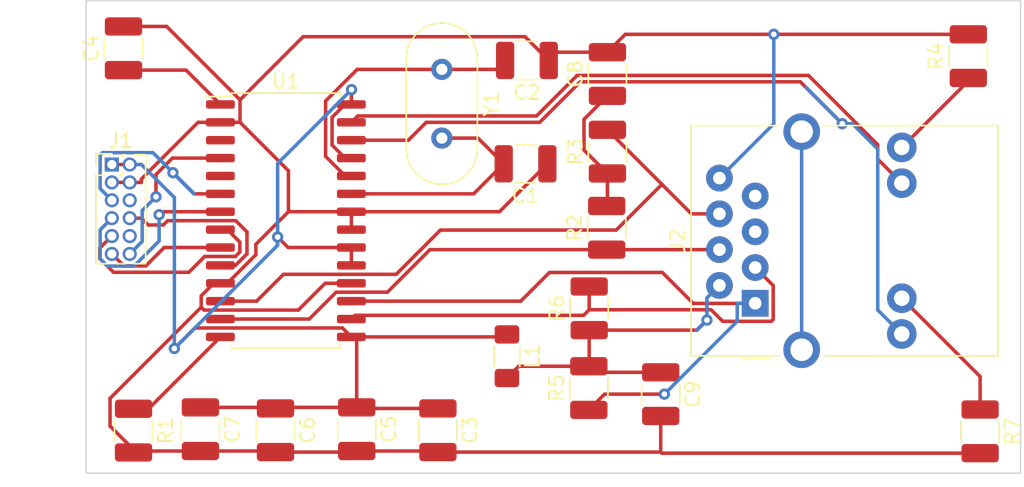
<source format=kicad_pcb>
(kicad_pcb (version 20221018) (generator pcbnew)
  (layers (0 "F.Cu" signal) (31 "B.Cu" signal) (34 "B.Paste" user) (35 "F.Paste" user) (36 "B.SilkS" user "B.Silkscreen") (37 "F.SilkS" user "F.Silkscreen") (38 "B.Mask" user) (39 "F.Mask" user) (44 "Edge.Cuts" user))
  (net 0 "")
  (net 1 "GNDREF")
  (net 2 "Net-(C1-Pad2)")
  (net 3 "Net-(C2-Pad2)")
  (net 4 "+3.3V")
  (net 5 "Net-(C4-Pad1)")
  (net 6 "Net-(C8-Pad1)")
  (net 7 "TCT")
  (net 8 "TD+")
  (net 9 "TD-")
  (net 10 "RD+")
  (net 12 "RD-")
  (net 14 "LEDB")
  (net 15 "Net-(J2-PadL2)")
  (net 16 "LEDA")
  (net 17 "Net-(J2-PadL4)")
  (net 18 "unconnected-(J2-PadSH)")
  (net 19 "Net-(R1-Pad1)")
  (net 21 "INT")
  (net 23 "MISO")
  (net 24 "MOSI")
  (net 25 "SCK")
  (net 26 "CS")
  (net 27 "RESET")
  (footprint "Package_SO:SOIC-28W_7.5x17.9mm_P1.27mm" (layer "F.Cu") (at 76.8858 90.4748)
    (fp_text reference "U1" (at 0 -9.9) (layer "F.SilkS"))
    (fp_text value "ENC28J60x-SO")
    (fp_line (start -3.86 -9.06) (end -3.86 -8.815) (stroke (width 0.12)) (layer "F.SilkS"))
    (fp_line (start -3.86 -8.815) (end -5.675 -8.815) (stroke (width 0.12)) (layer "F.SilkS"))
    (fp_line (start -3.86 9.06) (end -3.86 8.815) (stroke (width 0.12)) (layer "F.SilkS"))
    (fp_line (start 0 -9.06) (end -3.86 -9.06) (stroke (width 0.12)) (layer "F.SilkS"))
    (fp_line (start 0 -9.06) (end 3.86 -9.06) (stroke (width 0.12)) (layer "F.SilkS"))
    (fp_line (start 0 9.06) (end -3.86 9.06) (stroke (width 0.12)) (layer "F.SilkS"))
    (fp_line (start 0 9.06) (end 3.86 9.06) (stroke (width 0.12)) (layer "F.SilkS"))
    (fp_line (start 3.86 -9.06) (end 3.86 -8.815) (stroke (width 0.12)) (layer "F.SilkS"))
    (fp_line (start 3.86 9.06) (end 3.86 8.815) (stroke (width 0.12)) (layer "F.SilkS"))
    (pad "1" smd roundrect (at -4.65 -8.255) (size 2.05 0.6) (layers "F.Cu" "F.Paste" "F.Mask") (net 5 "Net-(C4-Pad1)"))
    (pad "2" smd roundrect (at -4.65 -6.985) (size 2.05 0.6) (layers "F.Cu" "F.Paste" "F.Mask") (net 1 "GNDREF"))
    (pad "3" smd roundrect (at -4.65 -5.715) (size 2.05 0.6) (layers "F.Cu" "F.Paste" "F.Mask"))
    (pad "4" smd roundrect (at -4.65 -4.445) (size 2.05 0.6) (layers "F.Cu" "F.Paste" "F.Mask") (net 21 "INT"))
    (pad "5" smd roundrect (at -4.65 -3.175) (size 2.05 0.6) (layers "F.Cu" "F.Paste" "F.Mask"))
    (pad "6" smd roundrect (at -4.65 -1.905) (size 2.05 0.6) (layers "F.Cu" "F.Paste" "F.Mask") (net 23 "MISO"))
    (pad "7" smd roundrect (at -4.65 -0.635) (size 2.05 0.6) (layers "F.Cu" "F.Paste" "F.Mask") (net 24 "MOSI"))
    (pad "8" smd roundrect (at -4.65 0.635) (size 2.05 0.6) (layers "F.Cu" "F.Paste" "F.Mask") (net 25 "SCK"))
    (pad "9" smd roundrect (at -4.65 1.905) (size 2.05 0.6) (layers "F.Cu" "F.Paste" "F.Mask") (net 26 "CS"))
    (pad "10" smd roundrect (at -4.65 3.175) (size 2.05 0.6) (layers "F.Cu" "F.Paste" "F.Mask") (net 27 "RESET"))
    (pad "11" smd roundrect (at -4.65 4.445) (size 2.05 0.6) (layers "F.Cu" "F.Paste" "F.Mask") (net 1 "GNDREF"))
    (pad "12" smd roundrect (at -4.65 5.715) (size 2.05 0.6) (layers "F.Cu" "F.Paste" "F.Mask") (net 12 "RD-"))
    (pad "13" smd roundrect (at -4.65 6.985) (size 2.05 0.6) (layers "F.Cu" "F.Paste" "F.Mask") (net 10 "RD+"))
    (pad "14" smd roundrect (at -4.65 8.255) (size 2.05 0.6) (layers "F.Cu" "F.Paste" "F.Mask") (net 19 "Net-(R1-Pad1)"))
    (pad "15" smd roundrect (at 4.65 8.255) (size 2.05 0.6) (layers "F.Cu" "F.Paste" "F.Mask") (net 4 "+3.3V"))
    (pad "16" smd roundrect (at 4.65 6.985) (size 2.05 0.6) (layers "F.Cu" "F.Paste" "F.Mask") (net 9 "TD-"))
    (pad "17" smd roundrect (at 4.65 5.715) (size 2.05 0.6) (layers "F.Cu" "F.Paste" "F.Mask") (net 8 "TD+"))
    (pad "18" smd roundrect (at 4.65 4.445) (size 2.05 0.6) (layers "F.Cu" "F.Paste" "F.Mask") (net 1 "GNDREF"))
    (pad "19" smd roundrect (at 4.65 3.175) (size 2.05 0.6) (layers "F.Cu" "F.Paste" "F.Mask") (net 4 "+3.3V"))
    (pad "20" smd roundrect (at 4.65 1.905) (size 2.05 0.6) (layers "F.Cu" "F.Paste" "F.Mask") (net 4 "+3.3V"))
    (pad "21" smd roundrect (at 4.65 0.635) (size 2.05 0.6) (layers "F.Cu" "F.Paste" "F.Mask") (net 1 "GNDREF"))
    (pad "22" smd roundrect (at 4.65 -0.635) (size 2.05 0.6) (layers "F.Cu" "F.Paste" "F.Mask") (net 1 "GNDREF"))
    (pad "23" smd roundrect (at 4.65 -1.905) (size 2.05 0.6) (layers "F.Cu" "F.Paste" "F.Mask") (net 2 "Net-(C1-Pad2)"))
    (pad "24" smd roundrect (at 4.65 -3.175) (size 2.05 0.6) (layers "F.Cu" "F.Paste" "F.Mask") (net 3 "Net-(C2-Pad2)"))
    (pad "25" smd roundrect (at 4.65 -4.445) (size 2.05 0.6) (layers "F.Cu" "F.Paste" "F.Mask") (net 4 "+3.3V"))
    (pad "26" smd roundrect (at 4.65 -5.715) (size 2.05 0.6) (layers "F.Cu" "F.Paste" "F.Mask") (net 14 "LEDB"))
    (pad "27" smd roundrect (at 4.65 -6.985) (size 2.05 0.6) (layers "F.Cu" "F.Paste" "F.Mask") (net 16 "LEDA"))
    (pad "28" smd roundrect (at 4.65 -8.255) (size 2.05 0.6) (layers "F.Cu" "F.Paste" "F.Mask") (net 4 "+3.3V"))
  )
  (footprint "Resistor_SMD:R_1210_3225Metric_Pad1.30x2.65mm_HandSolder" (layer "F.Cu") (at 99.7204 85.5726 90)
    (fp_text reference "R3" (at 0 -2.28 90) (layer "F.SilkS"))
    (fp_text value "49.9 1%")
    (fp_line (start -0.723737 -1.355) (end 0.723737 -1.355) (stroke (width 0.12)) (layer "F.SilkS"))
    (fp_line (start -0.723737 1.355) (end 0.723737 1.355) (stroke (width 0.12)) (layer "F.SilkS"))
    (pad "1" smd roundrect (at -1.55 0 90) (size 1.3 2.65) (layers "F.Cu" "F.Paste" "F.Mask") (roundrect_rratio 0.192308) (net 6 "Net-(C8-Pad1)"))
    (pad "2" smd roundrect (at 1.55 0 90) (size 1.3 2.65) (layers "F.Cu" "F.Paste" "F.Mask") (roundrect_rratio 0.192308) (net 12 "RD-"))
  )
  (footprint "Resistor_SMD:R_1210_3225Metric_Pad1.30x2.65mm_HandSolder" (layer "F.Cu") (at 103.505 102.7938 -90)
    (fp_text reference "C9" (at 0 -2.28 90) (layer "F.SilkS"))
    (fp_text value "0.1 uF")
    (fp_line (start -0.723737 -1.355) (end 0.723737 -1.355) (stroke (width 0.12)) (layer "F.SilkS"))
    (fp_line (start -0.723737 1.355) (end 0.723737 1.355) (stroke (width 0.12)) (layer "F.SilkS"))
    (pad "1" smd roundrect (at -1.55 0 270) (size 1.3 2.65) (layers "F.Cu" "F.Paste" "F.Mask") (roundrect_rratio 0.192308) (net 7 "TCT"))
    (pad "2" smd roundrect (at 1.55 0 270) (size 1.3 2.65) (layers "F.Cu" "F.Paste" "F.Mask") (roundrect_rratio 0.192308) (net 1 "GNDREF"))
  )
  (footprint "Resistor_SMD:R_1210_3225Metric_Pad1.30x2.65mm_HandSolder" (layer "F.Cu") (at 99.6696 90.9828 90)
    (fp_text reference "R2" (at 0 -2.28 90) (layer "F.SilkS"))
    (fp_text value "49.9 1%")
    (fp_line (start -0.723737 -1.355) (end 0.723737 -1.355) (stroke (width 0.12)) (layer "F.SilkS"))
    (fp_line (start -0.723737 1.355) (end 0.723737 1.355) (stroke (width 0.12)) (layer "F.SilkS"))
    (pad "1" smd roundrect (at -1.55 0 90) (size 1.3 2.65) (layers "F.Cu" "F.Paste" "F.Mask") (roundrect_rratio 0.192308) (net 10 "RD+"))
    (pad "2" smd roundrect (at 1.55 0 90) (size 1.3 2.65) (layers "F.Cu" "F.Paste" "F.Mask") (roundrect_rratio 0.192308) (net 6 "Net-(C8-Pad1)"))
  )
  (footprint "Resistor_SMD:R_1210_3225Metric_Pad1.30x2.65mm_HandSolder" (layer "F.Cu") (at 98.425 96.6978 90)
    (fp_text reference "R6" (at 0 -2.28 90) (layer "F.SilkS"))
    (fp_text value "49.9 1%")
    (fp_line (start -0.723737 -1.355) (end 0.723737 -1.355) (stroke (width 0.12)) (layer "F.SilkS"))
    (fp_line (start -0.723737 1.355) (end 0.723737 1.355) (stroke (width 0.12)) (layer "F.SilkS"))
    (pad "1" smd roundrect (at -1.55 0 90) (size 1.3 2.65) (layers "F.Cu" "F.Paste" "F.Mask") (roundrect_rratio 0.192308) (net 7 "TCT"))
    (pad "2" smd roundrect (at 1.55 0 90) (size 1.3 2.65) (layers "F.Cu" "F.Paste" "F.Mask") (roundrect_rratio 0.192308) (net 9 "TD-"))
  )
  (footprint "Resistor_SMD:R_1210_3225Metric_Pad1.30x2.65mm_HandSolder" (layer "F.Cu") (at 76.1492 105.3592 -90)
    (fp_text reference "C6" (at 0 -2.28 90) (layer "F.SilkS"))
    (fp_text value "1uF")
    (fp_line (start -0.723737 -1.355) (end 0.723737 -1.355) (stroke (width 0.12)) (layer "F.SilkS"))
    (fp_line (start -0.723737 1.355) (end 0.723737 1.355) (stroke (width 0.12)) (layer "F.SilkS"))
    (pad "1" smd roundrect (at -1.55 0 270) (size 1.3 2.65) (layers "F.Cu" "F.Paste" "F.Mask") (roundrect_rratio 0.192308) (net 4 "+3.3V"))
    (pad "2" smd roundrect (at 1.55 0 270) (size 1.3 2.65) (layers "F.Cu" "F.Paste" "F.Mask") (roundrect_rratio 0.192308) (net 1 "GNDREF"))
  )
  (footprint "Resistor_SMD:R_1210_3225Metric_Pad1.30x2.65mm_HandSolder" (layer "F.Cu") (at 66.0654 105.3846 -90)
    (fp_text reference "R1" (at 0 -2.28 90) (layer "F.SilkS"))
    (fp_text value "2.32 k 1%")
    (fp_line (start -0.723737 -1.355) (end 0.723737 -1.355) (stroke (width 0.12)) (layer "F.SilkS"))
    (fp_line (start -0.723737 1.355) (end 0.723737 1.355) (stroke (width 0.12)) (layer "F.SilkS"))
    (pad "1" smd roundrect (at -1.55 0 270) (size 1.3 2.65) (layers "F.Cu" "F.Paste" "F.Mask") (roundrect_rratio 0.192308) (net 19 "Net-(R1-Pad1)"))
    (pad "2" smd roundrect (at 1.55 0 270) (size 1.3 2.65) (layers "F.Cu" "F.Paste" "F.Mask") (roundrect_rratio 0.192308) (net 1 "GNDREF"))
  )
  (footprint "Connector_RJ:RJ45_Bel_SI-60062-F" (layer "F.Cu") (at 110.2156 96.3422 90)
    (fp_text reference "J2" (at 4.445 -5.49 90) (layer "F.SilkS"))
    (fp_text value "RJ45_Bel_SI-60062-F")
    (fp_line (start -3.915 -1) (end -3.915 1) (stroke (width 0.12)) (layer "F.SilkS"))
    (fp_line (start -3.73 -4.55) (end 12.62 -4.55) (stroke (width 0.12)) (layer "F.SilkS"))
    (fp_line (start -3.73 1.69) (end -3.73 -4.55) (stroke (width 0.12)) (layer "F.SilkS"))
    (fp_line (start -3.73 17.24) (end -3.73 4.89) (stroke (width 0.12)) (layer "F.SilkS"))
    (fp_line (start 12.62 -4.55) (end 12.615 1.69) (stroke (width 0.12)) (layer "F.SilkS"))
    (fp_line (start 12.62 4.89) (end 12.62 17.24) (stroke (width 0.12)) (layer "F.SilkS"))
    (fp_line (start 12.62 17.24) (end -3.73 17.24) (stroke (width 0.12)) (layer "F.SilkS"))
    (pad "" np_thru_hole circle (at -1.27 6.35 90) (size 3.25 3.25) (drill 3.25) (layers "*.Cu" "*.Mask"))
    (pad "" np_thru_hole circle (at 10.16 6.35 90) (size 3.25 3.25) (drill 3.25) (layers "*.Cu" "*.Mask"))
    (pad "1" thru_hole rect (at 0 0 90) (size 1.9 1.9) (drill 0.9) (layers "*.Cu" "*.Mask") (net 8 "TD+"))
    (pad "2" thru_hole circle (at 1.27 -2.54 90) (size 1.9 1.9) (drill 0.9) (layers "*.Cu" "*.Mask") (net 7 "TCT"))
    (pad "3" thru_hole circle (at 2.54 0 90) (size 1.9 1.9) (drill 0.9) (layers "*.Cu" "*.Mask") (net 9 "TD-"))
    (pad "4" thru_hole circle (at 3.81 -2.54 90) (size 1.9 1.9) (drill 0.9) (layers "*.Cu" "*.Mask") (net 10 "RD+"))
    (pad "5" thru_hole circle (at 5.08 0 90) (size 1.9 1.9) (drill 0.9) (layers "*.Cu" "*.Mask"))
    (pad "6" thru_hole circle (at 6.35 -2.54 90) (size 1.9 1.9) (drill 0.9) (layers "*.Cu" "*.Mask") (net 12 "RD-"))
    (pad "7" thru_hole circle (at 7.62 0 90) (size 1.9 1.9) (drill 0.9) (layers "*.Cu" "*.Mask"))
    (pad "8" thru_hole circle (at 8.89 -2.54 90) (size 1.9 1.9) (drill 0.9) (layers "*.Cu" "*.Mask") (net 1 "GNDREF"))
    (pad "L1" thru_hole circle (at -2.18 10.41 90) (size 2.1 2.1) (drill 1.1) (layers "*.Cu" "*.Mask") (net 14 "LEDB"))
    (pad "L2" thru_hole circle (at 0.36 10.41 90) (size 2.1 2.1) (drill 1.1) (layers "*.Cu" "*.Mask") (net 15 "Net-(J2-PadL2)"))
    (pad "L3" thru_hole circle (at 8.53 10.41 90) (size 2.1 2.1) (drill 1.1) (layers "*.Cu" "*.Mask") (net 16 "LEDA"))
    (pad "L4" thru_hole circle (at 11.07 10.41 90) (size 2.1 2.1) (drill 1.1) (layers "*.Cu" "*.Mask") (net 17 "Net-(J2-PadL4)"))
    (pad "SH" thru_hole circle (at -3.3 3.3 90) (size 2.6 2.6) (drill 1.6) (layers "*.Cu" "*.Mask") (net 18 "unconnected-(J2-PadSH)"))
    (pad "SH" thru_hole circle (at 12.19 3.3 90) (size 2.6 2.6) (drill 1.6) (layers "*.Cu" "*.Mask") (net 18 "unconnected-(J2-PadSH)"))
  )
  (footprint "Crystal:Crystal_HC49-4H_Vertical" (layer "F.Cu") (at 87.9602 79.7306 -90)
    (fp_text reference "Y1" (at 2.44 -3.525 90) (layer "F.SilkS"))
    (fp_text value "25Mhz")
    (fp_line (start -0.76 -2.525) (end 5.64 -2.525) (stroke (width 0.12)) (layer "F.SilkS"))
    (fp_line (start -0.76 2.525) (end 5.64 2.525) (stroke (width 0.12)) (layer "F.SilkS"))
    (fp_arc (start -0.76 2.525) (mid -3.285 0) (end -0.76 -2.525) (stroke (width 0.12)) (layer "F.SilkS"))
    (fp_arc (start 5.64 -2.525) (mid 8.165 0) (end 5.64 2.525) (stroke (width 0.12)) (layer "F.SilkS"))
    (pad "1" thru_hole circle (at 0 0 270) (size 1.5 1.5) (drill 0.8) (layers "*.Cu" "*.Mask") (net 3 "Net-(C2-Pad2)"))
    (pad "2" thru_hole circle (at 4.88 0 270) (size 1.5 1.5) (drill 0.8) (layers "*.Cu" "*.Mask") (net 2 "Net-(C1-Pad2)"))
  )
  (footprint "Resistor_SMD:R_1210_3225Metric_Pad1.30x2.65mm_HandSolder" (layer "F.Cu") (at 81.915 105.283 -90)
    (fp_text reference "C5" (at 0 -2.28 90) (layer "F.SilkS"))
    (fp_text value "1uF")
    (fp_line (start -0.723737 -1.355) (end 0.723737 -1.355) (stroke (width 0.12)) (layer "F.SilkS"))
    (fp_line (start -0.723737 1.355) (end 0.723737 1.355) (stroke (width 0.12)) (layer "F.SilkS"))
    (pad "1" smd roundrect (at -1.55 0 270) (size 1.3 2.65) (layers "F.Cu" "F.Paste" "F.Mask") (roundrect_rratio 0.192308) (net 4 "+3.3V"))
    (pad "2" smd roundrect (at 1.55 0 270) (size 1.3 2.65) (layers "F.Cu" "F.Paste" "F.Mask") (roundrect_rratio 0.192308) (net 1 "GNDREF"))
  )
  (footprint "Resistor_SMD:R_1210_3225Metric_Pad1.30x2.65mm_HandSolder" (layer "F.Cu") (at 125.349 78.7908 90)
    (fp_text reference "R4" (at 0 -2.28 90) (layer "F.SilkS"))
    (fp_text value "1K")
    (fp_line (start -0.723737 -1.355) (end 0.723737 -1.355) (stroke (width 0.12)) (layer "F.SilkS"))
    (fp_line (start -0.723737 1.355) (end 0.723737 1.355) (stroke (width 0.12)) (layer "F.SilkS"))
    (pad "1" smd roundrect (at -1.55 0 90) (size 1.3 2.65) (layers "F.Cu" "F.Paste" "F.Mask") (roundrect_rratio 0.192308) (net 17 "Net-(J2-PadL4)"))
    (pad "2" smd roundrect (at 1.55 0 90) (size 1.3 2.65) (layers "F.Cu" "F.Paste" "F.Mask") (roundrect_rratio 0.192308) (net 1 "GNDREF"))
  )
  (footprint "Resistor_SMD:R_1210_3225Metric_Pad1.30x2.65mm_HandSolder" (layer "F.Cu") (at 93.9038 86.4362 180)
    (fp_text reference "C1" (at 0 -2.28) (layer "F.SilkS"))
    (fp_text value "20pF")
    (fp_line (start -0.723737 -1.355) (end 0.723737 -1.355) (stroke (width 0.12)) (layer "F.SilkS"))
    (fp_line (start -0.723737 1.355) (end 0.723737 1.355) (stroke (width 0.12)) (layer "F.SilkS"))
    (pad "1" smd roundrect (at -1.55 0 180) (size 1.3 2.65) (layers "F.Cu" "F.Paste" "F.Mask") (roundrect_rratio 0.192308) (net 1 "GNDREF"))
    (pad "2" smd roundrect (at 1.55 0 180) (size 1.3 2.65) (layers "F.Cu" "F.Paste" "F.Mask") (roundrect_rratio 0.192308) (net 2 "Net-(C1-Pad2)"))
  )
  (footprint "Connector_PinHeader_1.27mm:PinHeader_2x06_P1.27mm_Vertical" (layer "F.Cu") (at 64.526 86.487)
    (fp_text reference "J1" (at 0.635 -1.695) (layer "F.SilkS"))
    (fp_text value "Conn_02x06_Odd_Even")
    (fp_line (start -1.13 -0.76) (end 0 -0.76) (stroke (width 0.12)) (layer "F.SilkS"))
    (fp_line (start -1.13 0) (end -1.13 -0.76) (stroke (width 0.12)) (layer "F.SilkS"))
    (fp_line (start -1.13 0.76) (end -1.13 7.045) (stroke (width 0.12)) (layer "F.SilkS"))
    (fp_line (start -1.13 0.76) (end -0.563471 0.76) (stroke (width 0.12)) (layer "F.SilkS"))
    (fp_line (start -1.13 7.045) (end -0.30753 7.045) (stroke (width 0.12)) (layer "F.SilkS"))
    (fp_line (start 0.30753 7.045) (end 0.96247 7.045) (stroke (width 0.12)) (layer "F.SilkS"))
    (fp_line (start 0.563471 0.76) (end 0.706529 0.76) (stroke (width 0.12)) (layer "F.SilkS"))
    (fp_line (start 0.76 -0.695) (end 0.96247 -0.695) (stroke (width 0.12)) (layer "F.SilkS"))
    (fp_line (start 0.76 -0.563471) (end 0.76 -0.695) (stroke (width 0.12)) (layer "F.SilkS"))
    (fp_line (start 0.76 0.706529) (end 0.76 0.563471) (stroke (width 0.12)) (layer "F.SilkS"))
    (fp_line (start 1.57753 -0.695) (end 2.4 -0.695) (stroke (width 0.12)) (layer "F.SilkS"))
    (fp_line (start 1.57753 7.045) (end 2.4 7.045) (stroke (width 0.12)) (layer "F.SilkS"))
    (fp_line (start 2.4 -0.695) (end 2.4 7.045) (stroke (width 0.12)) (layer "F.SilkS"))
    (pad "1" thru_hole rect (at 0 0) (size 1 1) (drill 0.65) (layers "*.Cu" "*.Mask") (net 4 "+3.3V"))
    (pad "2" thru_hole oval (at 1.27 0) (size 1 1) (drill 0.65) (layers "*.Cu" "*.Mask") (net 4 "+3.3V"))
    (pad "3" thru_hole oval (at 0 1.27) (size 1 1) (drill 0.65) (layers "*.Cu" "*.Mask") (net 1 "GNDREF"))
    (pad "4" thru_hole oval (at 1.27 1.27) (size 1 1) (drill 0.65) (layers "*.Cu" "*.Mask") (net 1 "GNDREF"))
    (pad "5" thru_hole oval (at 0 2.54) (size 1 1) (drill 0.65) (layers "*.Cu" "*.Mask") (net 23 "MISO"))
    (pad "6" thru_hole oval (at 1.27 2.54) (size 1 1) (drill 0.65) (layers "*.Cu" "*.Mask"))
    (pad "7" thru_hole oval (at 0 3.81) (size 1 1) (drill 0.65) (layers "*.Cu" "*.Mask") (net 24 "MOSI"))
    (pad "8" thru_hole oval (at 1.27 3.81) (size 1 1) (drill 0.65) (layers "*.Cu" "*.Mask") (net 27 "RESET"))
    (pad "9" thru_hole oval (at 0 5.08) (size 1 1) (drill 0.65) (layers "*.Cu" "*.Mask") (net 25 "SCK"))
    (pad "10" thru_hole oval (at 1.27 5.08) (size 1 1) (drill 0.65) (layers "*.Cu" "*.Mask"))
    (pad "11" thru_hole oval (at 0 6.35) (size 1 1) (drill 0.65) (layers "*.Cu" "*.Mask") (net 26 "CS"))
    (pad "12" thru_hole oval (at 1.27 6.35) (size 1 1) (drill 0.65) (layers "*.Cu" "*.Mask") (net 21 "INT"))
  )
  (footprint "Resistor_SMD:R_1210_3225Metric_Pad1.30x2.65mm_HandSolder" (layer "F.Cu") (at 94.0054 79.0956 180)
    (fp_text reference "C2" (at 0 -2.28) (layer "F.SilkS"))
    (fp_text value "20pF")
    (fp_line (start -0.723737 -1.355) (end 0.723737 -1.355) (stroke (width 0.12)) (layer "F.SilkS"))
    (fp_line (start -0.723737 1.355) (end 0.723737 1.355) (stroke (width 0.12)) (layer "F.SilkS"))
    (pad "1" smd roundrect (at -1.55 0 180) (size 1.3 2.65) (layers "F.Cu" "F.Paste" "F.Mask") (roundrect_rratio 0.192308) (net 1 "GNDREF"))
    (pad "2" smd roundrect (at 1.55 0 180) (size 1.3 2.65) (layers "F.Cu" "F.Paste" "F.Mask") (roundrect_rratio 0.192308) (net 3 "Net-(C2-Pad2)"))
  )
  (footprint "Resistor_SMD:R_1210_3225Metric_Pad1.30x2.65mm_HandSolder" (layer "F.Cu") (at 87.6808 105.3592 -90)
    (fp_text reference "C3" (at 0 -2.28 90) (layer "F.SilkS"))
    (fp_text value "1uF")
    (fp_line (start -0.723737 -1.355) (end 0.723737 -1.355) (stroke (width 0.12)) (layer "F.SilkS"))
    (fp_line (start -0.723737 1.355) (end 0.723737 1.355) (stroke (width 0.12)) (layer "F.SilkS"))
    (pad "1" smd roundrect (at -1.55 0 270) (size 1.3 2.65) (layers "F.Cu" "F.Paste" "F.Mask") (roundrect_rratio 0.192308) (net 4 "+3.3V"))
    (pad "2" smd roundrect (at 1.55 0 270) (size 1.3 2.65) (layers "F.Cu" "F.Paste" "F.Mask") (roundrect_rratio 0.192308) (net 1 "GNDREF"))
  )
  (footprint "Resistor_SMD:R_1210_3225Metric_Pad1.30x2.65mm_HandSolder" (layer "F.Cu") (at 70.8152 105.283 -90)
    (fp_text reference "C7" (at 0 -2.28 90) (layer "F.SilkS"))
    (fp_text value "1uF")
    (fp_line (start -0.723737 -1.355) (end 0.723737 -1.355) (stroke (width 0.12)) (layer "F.SilkS"))
    (fp_line (start -0.723737 1.355) (end 0.723737 1.355) (stroke (width 0.12)) (layer "F.SilkS"))
    (pad "1" smd roundrect (at -1.55 0 270) (size 1.3 2.65) (layers "F.Cu" "F.Paste" "F.Mask") (roundrect_rratio 0.192308) (net 4 "+3.3V"))
    (pad "2" smd roundrect (at 1.55 0 270) (size 1.3 2.65) (layers "F.Cu" "F.Paste" "F.Mask") (roundrect_rratio 0.192308) (net 1 "GNDREF"))
  )
  (footprint "Resistor_SMD:R_1210_3225Metric_Pad1.30x2.65mm_HandSolder" (layer "F.Cu") (at 99.7204 80.0608 90)
    (fp_text reference "C8" (at 0 -2.28 90) (layer "F.SilkS"))
    (fp_text value "0.1 uF")
    (fp_line (start -0.723737 -1.355) (end 0.723737 -1.355) (stroke (width 0.12)) (layer "F.SilkS"))
    (fp_line (start -0.723737 1.355) (end 0.723737 1.355) (stroke (width 0.12)) (layer "F.SilkS"))
    (pad "1" smd roundrect (at -1.55 0 90) (size 1.3 2.65) (layers "F.Cu" "F.Paste" "F.Mask") (roundrect_rratio 0.192308) (net 6 "Net-(C8-Pad1)"))
    (pad "2" smd roundrect (at 1.55 0 90) (size 1.3 2.65) (layers "F.Cu" "F.Paste" "F.Mask") (roundrect_rratio 0.192308) (net 1 "GNDREF"))
  )
  (footprint "Resistor_SMD:R_1210_3225Metric_Pad1.30x2.65mm_HandSolder" (layer "F.Cu") (at 98.3996 102.362 90)
    (fp_text reference "R5" (at 0 -2.28 90) (layer "F.SilkS"))
    (fp_text value "49.9 1%")
    (fp_line (start -0.723737 -1.355) (end 0.723737 -1.355) (stroke (width 0.12)) (layer "F.SilkS"))
    (fp_line (start -0.723737 1.355) (end 0.723737 1.355) (stroke (width 0.12)) (layer "F.SilkS"))
    (pad "1" smd roundrect (at -1.55 0 90) (size 1.3 2.65) (layers "F.Cu" "F.Paste" "F.Mask") (roundrect_rratio 0.192308) (net 8 "TD+"))
    (pad "2" smd roundrect (at 1.55 0 90) (size 1.3 2.65) (layers "F.Cu" "F.Paste" "F.Mask") (roundrect_rratio 0.192308) (net 7 "TCT"))
  )
  (footprint "Resistor_SMD:R_1206_3216Metric_Pad1.30x1.75mm_HandSolder" (layer "F.Cu") (at 92.583 100.1014 -90)
    (fp_text reference "L1" (at 0 -1.82 90) (layer "F.SilkS"))
    (fp_text value "L_Ferrite")
    (fp_line (start -0.727064 -0.91) (end 0.727064 -0.91) (stroke (width 0.12)) (layer "F.SilkS"))
    (fp_line (start -0.727064 0.91) (end 0.727064 0.91) (stroke (width 0.12)) (layer "F.SilkS"))
    (pad "1" smd roundrect (at -1.55 0 270) (size 1.3 1.75) (layers "F.Cu" "F.Paste" "F.Mask") (roundrect_rratio 0.192308) (net 4 "+3.3V"))
    (pad "2" smd roundrect (at 1.55 0 270) (size 1.3 1.75) (layers "F.Cu" "F.Paste" "F.Mask") (roundrect_rratio 0.192308) (net 7 "TCT"))
  )
  (footprint "Resistor_SMD:R_1210_3225Metric_Pad1.30x2.65mm_HandSolder" (layer "F.Cu") (at 126.1872 105.436 -90)
    (fp_text reference "R7" (at 0 -2.28 90) (layer "F.SilkS"))
    (fp_text value "1K")
    (fp_line (start -0.723737 -1.355) (end 0.723737 -1.355) (stroke (width 0.12)) (layer "F.SilkS"))
    (fp_line (start -0.723737 1.355) (end 0.723737 1.355) (stroke (width 0.12)) (layer "F.SilkS"))
    (pad "1" smd roundrect (at -1.55 0 270) (size 1.3 2.65) (layers "F.Cu" "F.Paste" "F.Mask") (roundrect_rratio 0.192308) (net 15 "Net-(J2-PadL2)"))
    (pad "2" smd roundrect (at 1.55 0 270) (size 1.3 2.65) (layers "F.Cu" "F.Paste" "F.Mask") (roundrect_rratio 0.192308) (net 1 "GNDREF"))
  )
  (footprint "Resistor_SMD:R_1210_3225Metric_Pad1.30x2.65mm_HandSolder" (layer "F.Cu") (at 65.3542 78.232 90)
    (fp_text reference "C4" (at 0 -2.28 90) (layer "F.SilkS"))
    (fp_text value "10uF")
    (fp_line (start -0.723737 -1.355) (end 0.723737 -1.355) (stroke (width 0.12)) (layer "F.SilkS"))
    (fp_line (start -0.723737 1.355) (end 0.723737 1.355) (stroke (width 0.12)) (layer "F.SilkS"))
    (pad "1" smd roundrect (at -1.55 0 90) (size 1.3 2.65) (layers "F.Cu" "F.Paste" "F.Mask") (roundrect_rratio 0.192308) (net 5 "Net-(C4-Pad1)"))
    (pad "2" smd roundrect (at 1.55 0 90) (size 1.3 2.65) (layers "F.Cu" "F.Paste" "F.Mask") (roundrect_rratio 0.192308) (net 1 "GNDREF"))
  )
  (gr_rect (start 62.6872 74.8538) (end 129.0574 108.4072) (stroke (width 0.1)) (fill none) (layer "Edge.Cuts"))
  (segment (start 72.7318 94.9198) (end 72.2358 94.9198) (width 0.25) (layer "F.Cu") (net 1))
  (segment (start 66.0654 106.9346) (end 66.167 106.833) (width 0.25) (layer "F.Cu") (net 1))
  (segment (start 103.5818 106.986) (end 103.505 106.9092) (width 0.25) (layer "F.Cu") (net 1))
  (segment (start 64.3987 103.093) (end 64.3987 105.0647) (width 0.25) (layer "F.Cu") (net 1))
  (segment (start 81.915 106.833) (end 87.6046 106.833) (width 0.25) (layer "F.Cu") (net 1))
  (segment (start 77.0663 89.8398) (end 74.7559 92.1502) (width 0.25) (layer "F.Cu") (net 1))
  (segment (start 73.6282 81.8952) (end 73.6282 83.4898) (width 0.25) (layer "F.Cu") (net 1))
  (segment (start 125.349 77.2408) (end 111.536 77.2408) (width 0.25) (layer "F.Cu") (net 1))
  (segment (start 68.415 76.682) (end 73.6282 81.8952) (width 0.25) (layer "F.Cu") (net 1))
  (segment (start 103.505 106.9092) (end 103.505 104.3438) (width 0.25) (layer "F.Cu") (net 1))
  (segment (start 81.5358 89.8398) (end 81.5358 91.1098) (width 0.25) (layer "F.Cu") (net 1))
  (segment (start 126.1872 106.986) (end 103.5818 106.986) (width 0.25) (layer "F.Cu") (net 1))
  (segment (start 87.6046 106.833) (end 87.6808 106.9092) (width 0.25) (layer "F.Cu") (net 1))
  (segment (start 92.0502 89.8398) (end 81.5358 89.8398) (width 0.25) (layer "F.Cu") (net 1))
  (segment (start 64.3987 105.0647) (end 66.167 106.833) (width 0.25) (layer "F.Cu") (net 1))
  (segment (start 70.8712 96.6205) (end 64.3987 103.093) (width 0.25) (layer "F.Cu") (net 1))
  (segment (start 79.9265 89.8398) (end 77.0663 89.8398) (width 0.25) (layer "F.Cu") (net 1))
  (segment (start 71.7678 94.9198) (end 72.2358 94.9198) (width 0.25) (layer "F.Cu") (net 1))
  (segment (start 66.167 106.833) (end 70.8152 106.833) (width 0.25) (layer "F.Cu") (net 1))
  (segment (start 79.9782 89.8398) (end 79.9265 89.8398) (width 0.25) (layer "F.Cu") (net 1))
  (segment (start 77.0663 89.8398) (end 77.0663 86.9279) (width 0.25) (layer "F.Cu") (net 1))
  (segment (start 73.6282 83.4898) (end 72.2358 83.4898) (width 0.25) (layer "F.Cu") (net 1))
  (segment (start 77.7682 96.8248) (end 79.6732 94.9198) (width 0.25) (layer "F.Cu") (net 1))
  (segment (start 66.6229 87.5173) (end 66.6229 87.757) (width 0.25) (layer "F.Cu") (net 1))
  (segment (start 100.9904 77.2408) (end 99.7204 78.5108) (width 0.25) (layer "F.Cu") (net 1))
  (segment (start 70.8712 96.6205) (end 70.8712 95.8164) (width 0.25) (layer "F.Cu") (net 1))
  (segment (start 81.5358 89.8398) (end 79.9782 89.8398) (width 0.25) (layer "F.Cu") (net 1))
  (segment (start 95.4538 86.4362) (end 92.0502 89.8398) (width 0.25) (layer "F.Cu") (net 1))
  (segment (start 70.8712 96.6205) (end 71.0755 96.8248) (width 0.25) (layer "F.Cu") (net 1))
  (segment (start 74.7559 92.8957) (end 72.7318 94.9198) (width 0.25) (layer "F.Cu") (net 1))
  (segment (start 70.6504 83.4898) (end 66.6229 87.5173) (width 0.25) (layer "F.Cu") (net 1))
  (segment (start 77.0663 86.9279) (end 73.6282 83.4898) (width 0.25) (layer "F.Cu") (net 1))
  (segment (start 78.113 77.4104) (end 73.6282 81.8952) (width 0.25) (layer "F.Cu") (net 1))
  (segment (start 103.505 106.9092) (end 87.6808 106.9092) (width 0.25) (layer "F.Cu") (net 1))
  (segment (start 70.8152 106.833) (end 76.073 106.833) (width 0.25) (layer "F.Cu") (net 1))
  (segment (start 72.2358 83.4898) (end 70.6504 83.4898) (width 0.25) (layer "F.Cu") (net 1))
  (segment (start 76.073 106.833) (end 76.1492 106.9092) (width 0.25) (layer "F.Cu") (net 1))
  (segment (start 65.796 87.757) (end 66.6229 87.757) (width 0.25) (layer "F.Cu") (net 1))
  (segment (start 81.8388 106.9092) (end 81.915 106.833) (width 0.25) (layer "F.Cu") (net 1))
  (segment (start 93.8702 77.4104) (end 78.113 77.4104) (width 0.25) (layer "F.Cu") (net 1))
  (segment (start 71.0755 96.8248) (end 77.7682 96.8248) (width 0.25) (layer "F.Cu") (net 1))
  (segment (start 95.5554 79.0956) (end 93.8702 77.4104) (width 0.25) (layer "F.Cu") (net 1))
  (segment (start 65.3542 76.682) (end 68.415 76.682) (width 0.25) (layer "F.Cu") (net 1))
  (segment (start 70.8712 95.8164) (end 71.7678 94.9198) (width 0.25) (layer "F.Cu") (net 1))
  (segment (start 79.6732 94.9198) (end 81.5358 94.9198) (width 0.25) (layer "F.Cu") (net 1))
  (segment (start 111.536 77.2408) (end 100.9904 77.2408) (width 0.25) (layer "F.Cu") (net 1))
  (segment (start 64.526 87.757) (end 65.796 87.757) (width 0.25) (layer "F.Cu") (net 1))
  (segment (start 74.7559 92.1502) (end 74.7559 92.8957) (width 0.25) (layer "F.Cu") (net 1))
  (segment (start 99.7204 78.5108) (end 96.1402 78.5108) (width 0.25) (layer "F.Cu") (net 1))
  (segment (start 96.1402 78.5108) (end 95.5554 79.0956) (width 0.25) (layer "F.Cu") (net 1))
  (segment (start 76.1492 106.9092) (end 81.8388 106.9092) (width 0.25) (layer "F.Cu") (net 1))
  (via (at 111.536 77.2408) (size 0.8) (drill 0.4) (layers "F.Cu" "B.Cu") (net 1))
  (segment (start 111.536 83.5918) (end 111.536 77.2408) (width 0.25) (layer "B.Cu") (net 1))
  (segment (start 107.6756 87.4522) (end 111.536 83.5918) (width 0.25) (layer "B.Cu") (net 1))
  (segment (start 90.5282 84.6106) (end 92.3538 86.4362) (width 0.25) (layer "F.Cu") (net 2))
  (segment (start 87.9602 84.6106) (end 90.5282 84.6106) (width 0.25) (layer "F.Cu") (net 2))
  (segment (start 92.3538 86.4362) (end 90.2202 88.5698) (width 0.25) (layer "F.Cu") (net 2))
  (segment (start 90.2202 88.5698) (end 81.5358 88.5698) (width 0.25) (layer "F.Cu") (net 2))
  (segment (start 79.7061 81.9788) (end 79.7061 85.9093) (width 0.25) (layer "F.Cu") (net 3))
  (segment (start 81.9543 79.7306) (end 79.7061 81.9788) (width 0.25) (layer "F.Cu") (net 3))
  (segment (start 81.0966 87.2998) (end 81.5358 87.2998) (width 0.25) (layer "F.Cu") (net 3))
  (segment (start 79.7061 85.9093) (end 81.0966 87.2998) (width 0.25) (layer "F.Cu") (net 3))
  (segment (start 87.9602 79.7306) (end 81.9543 79.7306) (width 0.25) (layer "F.Cu") (net 3))
  (segment (start 92.4554 79.0956) (end 91.8204 79.7306) (width 0.25) (layer "F.Cu") (net 3))
  (segment (start 91.8204 79.7306) (end 87.9602 79.7306) (width 0.25) (layer "F.Cu") (net 3))
  (segment (start 81.5472 81.1656) (end 81.5358 81.177) (width 0.25) (layer "F.Cu") (net 4))
  (segment (start 76.2254 103.733) (end 76.1492 103.8092) (width 0.25) (layer "F.Cu") (net 4))
  (segment (start 81.915 98.7298) (end 81.915 103.733) (width 0.25) (layer "F.Cu") (net 4))
  (segment (start 81.5358 92.3798) (end 81.5358 93.6498) (width 0.25) (layer "F.Cu") (net 4))
  (segment (start 81.915 98.7298) (end 92.4046 98.7298) (width 0.25) (layer "F.Cu") (net 4))
  (segment (start 87.6808 103.8092) (end 81.9912 103.8092) (width 0.25) (layer "F.Cu") (net 4))
  (segment (start 81.9912 103.8092) (end 81.915 103.733) (width 0.25) (layer "F.Cu") (net 4))
  (segment (start 81.5358 81.177) (end 81.5358 82.2198) (width 0.25) (layer "F.Cu") (net 4))
  (segment (start 70.8152 103.733) (end 76.073 103.733) (width 0.25) (layer "F.Cu") (net 4))
  (segment (start 81.0794 82.2198) (end 80.1644 83.1348) (width 0.25) (layer "F.Cu") (net 4))
  (segment (start 76.073 103.733) (end 76.1492 103.8092) (width 0.25) (layer "F.Cu") (net 4))
  (segment (start 81.0881 86.0298) (end 81.5358 86.0298) (width 0.25) (layer "F.Cu") (net 4))
  (segment (start 70.4248 98.0948) (end 80.9008 98.0948) (width 0.25) (layer "F.Cu") (net 4))
  (segment (start 80.1644 83.1348) (end 80.1644 85.1061) (width 0.25) (layer "F.Cu") (net 4))
  (segment (start 80.1644 85.1061) (end 81.0881 86.0298) (width 0.25) (layer "F.Cu") (net 4))
  (segment (start 80.9008 98.0948) (end 81.5358 98.7298) (width 0.25) (layer "F.Cu") (net 4))
  (segment (start 81.5358 98.7298) (end 81.915 98.7298) (width 0.25) (layer "F.Cu") (net 4))
  (segment (start 76.3005 91.6378) (end 77.0425 92.3798) (width 0.25) (layer "F.Cu") (net 4))
  (segment (start 68.9662 99.5534) (end 70.4248 98.0948) (width 0.25) (layer "F.Cu") (net 4))
  (segment (start 81.5358 82.2198) (end 81.0794 82.2198) (width 0.25) (layer "F.Cu") (net 4))
  (segment (start 64.526 86.487) (end 65.796 86.487) (width 0.25) (layer "F.Cu") (net 4))
  (segment (start 81.915 103.733) (end 76.2254 103.733) (width 0.25) (layer "F.Cu") (net 4))
  (segment (start 77.0425 92.3798) (end 81.5358 92.3798) (width 0.25) (layer "F.Cu") (net 4))
  (segment (start 92.4046 98.7298) (end 92.583 98.5514) (width 0.25) (layer "F.Cu") (net 4))
  (via (at 81.5472 81.1656) (size 0.8) (drill 0.4) (layers "F.Cu" "B.Cu") (net 4))
  (via (at 68.9662 99.5534) (size 0.8) (drill 0.4) (layers "F.Cu" "B.Cu") (net 4))
  (via (at 76.3005 91.6378) (size 0.8) (drill 0.4) (layers "F.Cu" "B.Cu") (net 4))
  (segment (start 65.796 86.487) (end 66.6229 86.487) (width 0.25) (layer "B.Cu") (net 4))
  (segment (start 68.9662 88.8303) (end 66.6229 86.487) (width 0.25) (layer "B.Cu") (net 4))
  (segment (start 68.9662 99.5534) (end 68.9662 88.8303) (width 0.25) (layer "B.Cu") (net 4))
  (segment (start 76.2929 91.6378) (end 76.3005 91.6378) (width 0.25) (layer "B.Cu") (net 4))
  (segment (start 76.2929 92.2267) (end 76.2929 92.175) (width 0.25) (layer "B.Cu") (net 4))
  (segment (start 76.2929 92.1233) (end 76.2929 91.6378) (width 0.25) (layer "B.Cu") (net 4))
  (segment (start 76.3005 91.6378) (end 76.3005 86.4123) (width 0.25) (layer "B.Cu") (net 4))
  (segment (start 76.3005 86.4123) (end 81.5472 81.1656) (width 0.25) (layer "B.Cu") (net 4))
  (segment (start 76.2929 92.175) (end 76.2929 92.1233) (width 0.25) (layer "B.Cu") (net 4))
  (segment (start 68.9662 99.5534) (end 76.2929 92.2267) (width 0.25) (layer "B.Cu") (net 4))
  (segment (start 69.798 79.782) (end 65.3542 79.782) (width 0.25) (layer "F.Cu") (net 5))
  (segment (start 72.2358 82.2198) (end 69.798 79.782) (width 0.25) (layer "F.Cu") (net 5))
  (segment (start 98.0582 83.273) (end 99.7204 81.6108) (width 0.25) (layer "F.Cu") (net 6))
  (segment (start 99.7204 87.1226) (end 98.0582 85.4604) (width 0.25) (layer "F.Cu") (net 6))
  (segment (start 98.0582 85.4604) (end 98.0582 83.273) (width 0.25) (layer "F.Cu") (net 6))
  (segment (start 99.6696 89.4328) (end 99.7204 89.382) (width 0.25) (layer "F.Cu") (net 6))
  (segment (start 99.7204 89.382) (end 99.7204 87.1226) (width 0.25) (layer "F.Cu") (net 6))
  (segment (start 106.0732 98.2478) (end 106.7867 97.5343) (width 0.25) (layer "F.Cu") (net 7))
  (segment (start 93.4224 100.812) (end 92.583 101.6514) (width 0.25) (layer "F.Cu") (net 7))
  (segment (start 106.7867 97.5343) (end 106.0732 98.2478) (width 0.25) (layer "F.Cu") (net 7))
  (segment (start 98.425 98.2478) (end 98.425 100.7866) (width 0.25) (layer "F.Cu") (net 7))
  (segment (start 103.505 101.2438) (end 98.8314 101.2438) (width 0.25) (layer "F.Cu") (net 7))
  (segment (start 106.7867 97.5343) (end 106.0732 98.2478) (width 0.25) (layer "F.Cu") (net 7))
  (segment (start 106.0732 98.2478) (end 98.425 98.2478) (width 0.25) (layer "F.Cu") (net 7))
  (segment (start 98.425 100.7866) (end 98.3996 100.812) (width 0.25) (layer "F.Cu") (net 7))
  (segment (start 98.3996 100.812) (end 93.4224 100.812) (width 0.25) (layer "F.Cu") (net 7))
  (segment (start 98.8314 101.2438) (end 98.3996 100.812) (width 0.25) (layer "F.Cu") (net 7))
  (via (at 106.7867 97.5343) (size 0.8) (drill 0.4) (layers "F.Cu" "B.Cu") (net 7))
  (segment (start 106.7867 97.5343) (end 106.0732 98.2478) (width 0.25) (layer "B.Cu") (net 7))
  (segment (start 107.6756 95.0722) (end 106.7867 95.9611) (width 0.25) (layer "B.Cu") (net 7))
  (segment (start 106.7867 95.9611) (end 106.7867 97.5343) (width 0.25) (layer "B.Cu") (net 7))
  (segment (start 106.0732 98.2478) (end 106.7867 97.5343) (width 0.25) (layer "B.Cu") (net 7))
  (segment (start 105.8152 96.3503) (end 103.6182 94.1533) (width 0.25) (layer "F.Cu") (net 8))
  (segment (start 108.9306 96.3503) (end 105.8152 96.3503) (width 0.25) (layer "F.Cu") (net 8))
  (segment (start 103.764 102.7938) (end 99.5178 102.7938) (width 0.25) (layer "F.Cu") (net 8))
  (segment (start 110.2156 96.3422) (end 108.9387 96.3422) (width 0.25) (layer "F.Cu") (net 8))
  (segment (start 93.567 96.1898) (end 81.5358 96.1898) (width 0.25) (layer "F.Cu") (net 8))
  (segment (start 95.6035 94.1533) (end 93.567 96.1898) (width 0.25) (layer "F.Cu") (net 8))
  (segment (start 108.9387 96.3422) (end 108.9306 96.3503) (width 0.25) (layer "F.Cu") (net 8))
  (segment (start 99.5178 102.7938) (end 98.3996 103.912) (width 0.25) (layer "F.Cu") (net 8))
  (segment (start 103.6182 94.1533) (end 95.6035 94.1533) (width 0.25) (layer "F.Cu") (net 8))
  (via (at 103.764 102.7938) (size 0.8) (drill 0.4) (layers "F.Cu" "B.Cu") (net 8))
  (segment (start 108.9387 97.6191) (end 108.9387 96.3422) (width 0.25) (layer "B.Cu") (net 8))
  (segment (start 110.2156 96.3422) (end 108.9387 96.3422) (width 0.25) (layer "B.Cu") (net 8))
  (segment (start 103.764 102.7938) (end 108.9387 97.6191) (width 0.25) (layer "B.Cu") (net 8))
  (segment (start 107.0826 96.8022) (end 107.903 97.6226) (width 0.25) (layer "F.Cu") (net 9))
  (segment (start 111.3616 97.6226) (end 111.4925 97.4917) (width 0.25) (layer "F.Cu") (net 9))
  (segment (start 81.7995 97.1961) (end 81.5358 97.4598) (width 0.25) (layer "F.Cu") (net 9))
  (segment (start 111.4925 97.4917) (end 111.4925 95.0791) (width 0.25) (layer "F.Cu") (net 9))
  (segment (start 98.425 96.8007) (end 98.0296 97.1961) (width 0.25) (layer "F.Cu") (net 9))
  (segment (start 111.4925 95.0791) (end 110.2156 93.8022) (width 0.25) (layer "F.Cu") (net 9))
  (segment (start 98.4265 96.8022) (end 107.0826 96.8022) (width 0.25) (layer "F.Cu") (net 9))
  (segment (start 107.903 97.6226) (end 111.3616 97.6226) (width 0.25) (layer "F.Cu") (net 9))
  (segment (start 98.425 96.8007) (end 98.4265 96.8022) (width 0.25) (layer "F.Cu") (net 9))
  (segment (start 98.0296 97.1961) (end 81.7995 97.1961) (width 0.25) (layer "F.Cu") (net 9))
  (segment (start 98.425 95.1478) (end 98.425 96.8007) (width 0.25) (layer "F.Cu") (net 9))
  (segment (start 87.1188 92.5328) (end 84.0998 95.5518) (width 0.25) (layer "F.Cu") (net 10))
  (segment (start 99.6696 92.5328) (end 87.1188 92.5328) (width 0.25) (layer "F.Cu") (net 10))
  (segment (start 80.4525 95.5518) (end 78.5445 97.4598) (width 0.25) (layer "F.Cu") (net 10))
  (segment (start 107.6756 92.5322) (end 99.6702 92.5322) (width 0.25) (layer "F.Cu") (net 10))
  (segment (start 78.5445 97.4598) (end 72.2358 97.4598) (width 0.25) (layer "F.Cu") (net 10))
  (segment (start 99.6702 92.5322) (end 99.6696 92.5328) (width 0.25) (layer "F.Cu") (net 10))
  (segment (start 84.0998 95.5518) (end 80.4525 95.5518) (width 0.25) (layer "F.Cu") (net 10))
  (segment (start 105.69 89.9922) (end 103.5913 87.8935) (width 0.25) (layer "F.Cu") (net 12))
  (segment (start 107.6756 89.9922) (end 105.69 89.9922) (width 0.25) (layer "F.Cu") (net 12))
  (segment (start 103.5913 87.8935) (end 100.3427 91.1421) (width 0.25) (layer "F.Cu") (net 12))
  (segment (start 84.7199 94.2848) (end 76.7146 94.2848) (width 0.25) (layer "F.Cu") (net 12))
  (segment (start 100.3427 91.1421) (end 87.8626 91.1421) (width 0.25) (layer "F.Cu") (net 12))
  (segment (start 103.5913 87.8935) (end 99.7204 84.0226) (width 0.25) (layer "F.Cu") (net 12))
  (segment (start 76.7146 94.2848) (end 74.8096 96.1898) (width 0.25) (layer "F.Cu") (net 12))
  (segment (start 74.8096 96.1898) (end 72.2358 96.1898) (width 0.25) (layer "F.Cu") (net 12))
  (segment (start 87.8626 91.1421) (end 84.7199 94.2848) (width 0.25) (layer "F.Cu") (net 12))
  (segment (start 85.5857 84.7598) (end 86.8557 83.4898) (width 0.25) (layer "F.Cu") (net 14))
  (segment (start 113.839 81.0311) (end 116.3968 83.5889) (width 0.25) (layer "F.Cu") (net 14))
  (segment (start 116.3968 83.5889) (end 113.839 81.0311) (width 0.25) (layer "F.Cu") (net 14))
  (segment (start 81.5358 84.7598) (end 85.5857 84.7598) (width 0.25) (layer "F.Cu") (net 14))
  (segment (start 97.791 80.6125) (end 113.4204 80.6125) (width 0.25) (layer "F.Cu") (net 14))
  (segment (start 94.9137 83.4898) (end 97.791 80.6125) (width 0.25) (layer "F.Cu") (net 14))
  (segment (start 113.4204 80.6125) (end 116.3968 83.5889) (width 0.25) (layer "F.Cu") (net 14))
  (segment (start 86.8557 83.4898) (end 94.9137 83.4898) (width 0.25) (layer "F.Cu") (net 14))
  (via (at 116.3968 83.5889) (size 0.8) (drill 0.4) (layers "F.Cu" "B.Cu") (net 14))
  (segment (start 113.839 81.0311) (end 116.3968 83.5889) (width 0.25) (layer "B.Cu") (net 14))
  (segment (start 118.9175 96.8141) (end 118.9175 85.3842) (width 0.25) (layer "B.Cu") (net 14))
  (segment (start 117.1222 83.5889) (end 116.3968 83.5889) (width 0.25) (layer "B.Cu") (net 14))
  (segment (start 118.9175 85.3842) (end 117.1222 83.5889) (width 0.25) (layer "B.Cu") (net 14))
  (segment (start 120.6256 98.5222) (end 118.9175 96.8141) (width 0.25) (layer "B.Cu") (net 14))
  (segment (start 116.3968 83.5889) (end 113.839 81.0311) (width 0.25) (layer "B.Cu") (net 14))
  (segment (start 126.1872 101.5438) (end 120.6256 95.9822) (width 0.25) (layer "F.Cu") (net 15))
  (segment (start 126.1872 103.886) (end 126.1872 101.5438) (width 0.25) (layer "F.Cu") (net 15))
  (segment (start 97.566 80.1606) (end 94.6887 83.0379) (width 0.25) (layer "F.Cu") (net 16))
  (segment (start 118.9175 85.0816) (end 113.9965 80.1606) (width 0.25) (layer "F.Cu") (net 16))
  (segment (start 120.6256 87.8122) (end 118.9175 86.1041) (width 0.25) (layer "F.Cu") (net 16))
  (segment (start 118.9175 86.1041) (end 118.9175 85.0816) (width 0.25) (layer "F.Cu") (net 16))
  (segment (start 94.6887 83.0379) (end 81.9877 83.0379) (width 0.25) (layer "F.Cu") (net 16))
  (segment (start 113.9965 80.1606) (end 97.566 80.1606) (width 0.25) (layer "F.Cu") (net 16))
  (segment (start 81.9877 83.0379) (end 81.5358 83.4898) (width 0.25) (layer "F.Cu") (net 16))
  (segment (start 120.6256 85.2722) (end 125.349 80.5488) (width 0.25) (layer "F.Cu") (net 17))
  (segment (start 125.349 80.5488) (end 125.349 80.3408) (width 0.25) (layer "F.Cu") (net 17))
  (segment (start 113.5156 84.1522) (end 113.5156 99.6422) (width 0.25) (layer "B.Cu") (net 18))
  (segment (start 67.131 103.8346) (end 66.0654 103.8346) (width 0.25) (layer "F.Cu") (net 19))
  (segment (start 72.2358 98.7298) (end 67.131 103.8346) (width 0.25) (layer "F.Cu") (net 19))
  (segment (start 67.6604 87.197) (end 67.6604 88.7804) (width 0.25) (layer "F.Cu") (net 21))
  (segment (start 72.2358 86.0298) (end 68.8276 86.0298) (width 0.25) (layer "F.Cu") (net 21))
  (segment (start 68.8276 86.0298) (end 67.6604 87.197) (width 0.25) (layer "F.Cu") (net 21))
  (segment (start 67.7375 88.7033) (end 67.6604 88.7804) (width 0.25) (layer "F.Cu") (net 21))
  (segment (start 67.6604 88.7804) (end 67.7375 88.7033) (width 0.25) (layer "F.Cu") (net 21))
  (via (at 67.6604 88.7804) (size 0.8) (drill 0.4) (layers "F.Cu" "B.Cu") (net 21))
  (segment (start 67.6604 88.7804) (end 67.7375 88.7033) (width 0.25) (layer "B.Cu") (net 21))
  (segment (start 66.6808 89.76) (end 66.6808 91.9522) (width 0.25) (layer "B.Cu") (net 21))
  (segment (start 67.6604 88.7804) (end 66.6808 89.76) (width 0.25) (layer "B.Cu") (net 21))
  (segment (start 67.7375 88.7033) (end 67.6604 88.7804) (width 0.25) (layer "B.Cu") (net 21))
  (segment (start 66.6808 91.9522) (end 65.796 92.837) (width 0.25) (layer "B.Cu") (net 21))
  (segment (start 68.8672 87.0712) (end 70.3658 88.5698) (width 0.25) (layer "F.Cu") (net 23))
  (segment (start 70.3658 88.5698) (end 68.8672 87.0712) (width 0.25) (layer "F.Cu") (net 23))
  (segment (start 68.8672 87.0712) (end 70.3658 88.5698) (width 0.25) (layer "F.Cu") (net 23))
  (segment (start 70.3658 88.5698) (end 72.2358 88.5698) (width 0.25) (layer "F.Cu") (net 23))
  (via (at 68.8672 87.0712) (size 0.8) (drill 0.4) (layers "F.Cu" "B.Cu") (net 23))
  (segment (start 64.526 89.027) (end 63.6966 88.1976) (width 0.25) (layer "B.Cu") (net 23))
  (segment (start 70.3658 88.5698) (end 68.8672 87.0712) (width 0.25) (layer "B.Cu") (net 23))
  (segment (start 63.6966 85.8172) (end 63.8691 85.6447) (width 0.25) (layer "B.Cu") (net 23))
  (segment (start 68.8672 87.0712) (end 70.3658 88.5698) (width 0.25) (layer "B.Cu") (net 23))
  (segment (start 63.6966 88.1976) (end 63.6966 85.8172) (width 0.25) (layer "B.Cu") (net 23))
  (segment (start 63.8691 85.6447) (end 67.4407 85.6447) (width 0.25) (layer "B.Cu") (net 23))
  (segment (start 67.4407 85.6447) (end 68.8672 87.0712) (width 0.25) (layer "B.Cu") (net 23))
  (segment (start 67.8835 90.0524) (end 68.0961 89.8398) (width 0.25) (layer "F.Cu") (net 24))
  (segment (start 68.0961 89.8398) (end 72.2358 89.8398) (width 0.25) (layer "F.Cu") (net 24))
  (segment (start 67.8835 90.0524) (end 68.0961 89.8398) (width 0.25) (layer "F.Cu") (net 24))
  (segment (start 68.0961 89.8398) (end 67.8835 90.0524) (width 0.25) (layer "F.Cu") (net 24))
  (via (at 67.8835 90.0524) (size 0.8) (drill 0.4) (layers "F.Cu" "B.Cu") (net 24))
  (segment (start 67.8835 91.9189) (end 67.8835 90.0524) (width 0.25) (layer "B.Cu") (net 24))
  (segment (start 66.1043 93.6981) (end 67.8835 91.9189) (width 0.25) (layer "B.Cu") (net 24))
  (segment (start 68.0961 89.8398) (end 67.8835 90.0524) (width 0.25) (layer "B.Cu") (net 24))
  (segment (start 63.6968 93.1845) (end 64.2104 93.6981) (width 0.25) (layer "B.Cu") (net 24))
  (segment (start 63.6968 91.1262) (end 63.6968 93.1845) (width 0.25) (layer "B.Cu") (net 24))
  (segment (start 64.2104 93.6981) (end 66.1043 93.6981) (width 0.25) (layer "B.Cu") (net 24))
  (segment (start 67.8835 90.0524) (end 68.0961 89.8398) (width 0.25) (layer "B.Cu") (net 24))
  (segment (start 64.526 90.297) (end 63.6968 91.1262) (width 0.25) (layer "B.Cu") (net 24))
  (segment (start 63.6715 92.4215) (end 64.526 91.567) (width 0.25) (layer "F.Cu") (net 25))
  (segment (start 72.731 91.1098) (end 73.6145 91.9933) (width 0.25) (layer "F.Cu") (net 25))
  (segment (start 72.2358 91.1098) (end 72.731 91.1098) (width 0.25) (layer "F.Cu") (net 25))
  (segment (start 73.6145 92.7033) (end 73.3008 93.017) (width 0.25) (layer "F.Cu") (net 25))
  (segment (start 69.9948 94.1391) (end 64.6429 94.1391) (width 0.25) (layer "F.Cu") (net 25))
  (segment (start 64.6429 94.1391) (end 63.6715 93.1677) (width 0.25) (layer "F.Cu") (net 25))
  (segment (start 63.6715 93.1677) (end 63.6715 92.4215) (width 0.25) (layer "F.Cu") (net 25))
  (segment (start 71.1169 93.017) (end 69.9948 94.1391) (width 0.25) (layer "F.Cu") (net 25))
  (segment (start 73.3008 93.017) (end 71.1169 93.017) (width 0.25) (layer "F.Cu") (net 25))
  (segment (start 73.6145 91.9933) (end 73.6145 92.7033) (width 0.25) (layer "F.Cu") (net 25))
  (segment (start 72.2358 92.3798) (end 68.2464 92.3798) (width 0.25) (layer "F.Cu") (net 26))
  (segment (start 66.939 93.6872) (end 65.3762 93.6872) (width 0.25) (layer "F.Cu") (net 26))
  (segment (start 68.2464 92.3798) (end 66.939 93.6872) (width 0.25) (layer "F.Cu") (net 26))
  (segment (start 65.3762 93.6872) (end 64.526 92.837) (width 0.25) (layer "F.Cu") (net 26))
  (segment (start 68.1846 90.7793) (end 68.4891 90.4748) (width 0.25) (layer "F.Cu") (net 27))
  (segment (start 65.796 90.297) (end 66.6229 90.297) (width 0.25) (layer "F.Cu") (net 27))
  (segment (start 73.3071 93.6498) (end 72.2358 93.6498) (width 0.25) (layer "F.Cu") (net 27))
  (segment (start 68.4891 90.4748) (end 73.3234 90.4748) (width 0.25) (layer "F.Cu") (net 27))
  (segment (start 66.6229 90.297) (end 67.1052 90.7793) (width 0.25) (layer "F.Cu") (net 27))
  (segment (start 67.1052 90.7793) (end 68.1846 90.7793) (width 0.25) (layer "F.Cu") (net 27))
  (segment (start 74.1227 92.8342) (end 73.3071 93.6498) (width 0.25) (layer "F.Cu") (net 27))
  (segment (start 74.1227 91.2741) (end 74.1227 92.8342) (width 0.25) (layer "F.Cu") (net 27))
  (segment (start 73.3234 90.4748) (end 74.1227 91.2741) (width 0.25) (layer "F.Cu") (net 27))
)
</source>
